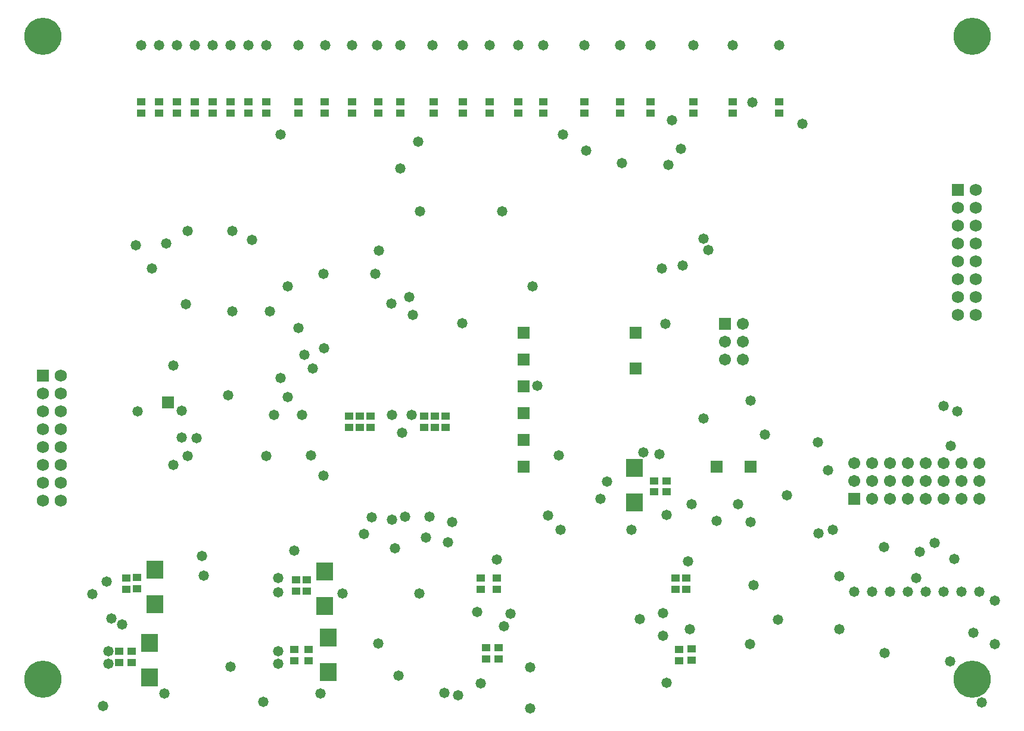
<source format=gbs>
G04*
G04 #@! TF.GenerationSoftware,Altium Limited,Altium Designer,22.3.1 (43)*
G04*
G04 Layer_Color=16711935*
%FSLAX25Y25*%
%MOIN*%
G70*
G04*
G04 #@! TF.SameCoordinates,D44AF7EC-015F-415D-BC9C-BA0083E1B9C0*
G04*
G04*
G04 #@! TF.FilePolarity,Negative*
G04*
G01*
G75*
%ADD27R,0.04540X0.03950*%
%ADD33R,0.06706X0.06706*%
%ADD34C,0.06706*%
%ADD35C,0.06800*%
%ADD36R,0.06800X0.06800*%
%ADD37R,0.06706X0.06706*%
%ADD38C,0.20800*%
%ADD39C,0.05800*%
%ADD56R,0.09658X0.10052*%
D27*
X432000Y336850D02*
D03*
Y343150D02*
D03*
X406000D02*
D03*
Y336850D02*
D03*
X384000D02*
D03*
Y343150D02*
D03*
X360000D02*
D03*
Y336850D02*
D03*
X343000Y343150D02*
D03*
Y336850D02*
D03*
X323000Y343150D02*
D03*
Y336850D02*
D03*
X300000Y343150D02*
D03*
Y336850D02*
D03*
X286000Y343150D02*
D03*
Y336850D02*
D03*
X270000Y343150D02*
D03*
Y336850D02*
D03*
X255000Y343150D02*
D03*
Y336850D02*
D03*
X238500Y343150D02*
D03*
Y336850D02*
D03*
X220000Y343150D02*
D03*
Y336850D02*
D03*
X207500Y343150D02*
D03*
Y336850D02*
D03*
X193000Y343150D02*
D03*
Y336850D02*
D03*
X163000Y343150D02*
D03*
Y336850D02*
D03*
X177500D02*
D03*
Y343150D02*
D03*
X145000D02*
D03*
Y336850D02*
D03*
X135000Y343150D02*
D03*
Y336850D02*
D03*
X125000Y343150D02*
D03*
Y336850D02*
D03*
X115000Y343150D02*
D03*
Y336850D02*
D03*
X95000Y343150D02*
D03*
Y336850D02*
D03*
X105000Y343150D02*
D03*
Y336850D02*
D03*
X85000Y343150D02*
D03*
Y336850D02*
D03*
X75000Y343150D02*
D03*
Y336850D02*
D03*
X264850Y70350D02*
D03*
Y76650D02*
D03*
X273850Y70350D02*
D03*
Y76650D02*
D03*
X267850Y31350D02*
D03*
Y37650D02*
D03*
X274850Y31350D02*
D03*
Y37650D02*
D03*
X373850Y70350D02*
D03*
Y76650D02*
D03*
X379850Y70350D02*
D03*
Y76650D02*
D03*
X382850Y30500D02*
D03*
Y36799D02*
D03*
X375850Y30350D02*
D03*
Y36650D02*
D03*
X160500Y30201D02*
D03*
Y36500D02*
D03*
X168500Y30350D02*
D03*
Y36650D02*
D03*
X161500Y69350D02*
D03*
Y75650D02*
D03*
X167500Y69350D02*
D03*
Y75650D02*
D03*
X62500Y29350D02*
D03*
X66500Y70350D02*
D03*
X69500Y29350D02*
D03*
X72500Y70500D02*
D03*
X191332Y167150D02*
D03*
X197332D02*
D03*
X203332D02*
D03*
X233332D02*
D03*
X245332D02*
D03*
X239332D02*
D03*
X362000Y124701D02*
D03*
X369000D02*
D03*
X62500Y35650D02*
D03*
X66500Y76650D02*
D03*
X69500Y35650D02*
D03*
X72500Y76799D02*
D03*
X197332Y160850D02*
D03*
X191332D02*
D03*
X203332D02*
D03*
X239332D02*
D03*
X233332D02*
D03*
X245332D02*
D03*
X362000Y131000D02*
D03*
X369000D02*
D03*
D33*
X474000Y121000D02*
D03*
X351500Y214000D02*
D03*
Y194000D02*
D03*
X289000Y214000D02*
D03*
X90000Y175000D02*
D03*
X289000Y199000D02*
D03*
Y184000D02*
D03*
Y169000D02*
D03*
Y154000D02*
D03*
Y139000D02*
D03*
X397000D02*
D03*
X416000D02*
D03*
D34*
X484000Y121000D02*
D03*
Y131000D02*
D03*
X494000Y121000D02*
D03*
Y131000D02*
D03*
X504000Y121000D02*
D03*
Y131000D02*
D03*
X514000Y121000D02*
D03*
Y131000D02*
D03*
X524000Y121000D02*
D03*
Y131000D02*
D03*
X534000Y121000D02*
D03*
Y131000D02*
D03*
X544000Y121000D02*
D03*
Y131000D02*
D03*
X474000D02*
D03*
Y141000D02*
D03*
X484000D02*
D03*
X494000D02*
D03*
X504000D02*
D03*
X514000D02*
D03*
X524000D02*
D03*
X534000D02*
D03*
X544000D02*
D03*
X411500Y199000D02*
D03*
X401500D02*
D03*
X411500Y209000D02*
D03*
X401500D02*
D03*
X411500Y219000D02*
D03*
D35*
X30000Y120000D02*
D03*
Y130000D02*
D03*
Y140000D02*
D03*
Y150000D02*
D03*
Y160000D02*
D03*
Y170000D02*
D03*
Y180000D02*
D03*
X20000Y120000D02*
D03*
Y130000D02*
D03*
Y140000D02*
D03*
Y150000D02*
D03*
Y160000D02*
D03*
Y170000D02*
D03*
X30000Y190000D02*
D03*
X20000Y180000D02*
D03*
X542000Y224000D02*
D03*
Y234000D02*
D03*
Y244000D02*
D03*
Y254000D02*
D03*
Y264000D02*
D03*
Y274000D02*
D03*
Y284000D02*
D03*
X532000Y224000D02*
D03*
Y234000D02*
D03*
Y244000D02*
D03*
Y254000D02*
D03*
Y264000D02*
D03*
Y274000D02*
D03*
X542000Y294000D02*
D03*
X532000Y284000D02*
D03*
D36*
X20000Y190000D02*
D03*
X532000Y294000D02*
D03*
D37*
X401500Y219000D02*
D03*
D38*
X540000Y380000D02*
D03*
Y20000D02*
D03*
X20000Y380000D02*
D03*
Y20000D02*
D03*
D39*
X177000Y247000D02*
D03*
X206000D02*
D03*
X416000Y176000D02*
D03*
X324000Y316000D02*
D03*
X377000Y317000D02*
D03*
X231000Y282000D02*
D03*
X277000D02*
D03*
X208000Y260000D02*
D03*
X294000Y240000D02*
D03*
X157000D02*
D03*
X220000Y306000D02*
D03*
X370000Y308000D02*
D03*
X344000Y309000D02*
D03*
X165000Y168000D02*
D03*
X157000Y178000D02*
D03*
X147000Y226000D02*
D03*
X126000D02*
D03*
X100000Y230000D02*
D03*
X163000Y216500D02*
D03*
X225000Y234000D02*
D03*
X227000Y224000D02*
D03*
X230000Y321000D02*
D03*
X311000Y325000D02*
D03*
X372000Y333000D02*
D03*
X445000Y331000D02*
D03*
X417000Y343000D02*
D03*
X432000Y375000D02*
D03*
X406000D02*
D03*
X384000D02*
D03*
X360000D02*
D03*
X343000D02*
D03*
X323000D02*
D03*
X300000D02*
D03*
X286000D02*
D03*
X270000D02*
D03*
X255000D02*
D03*
X238000D02*
D03*
X220000D02*
D03*
X207000D02*
D03*
X193000D02*
D03*
X178000D02*
D03*
X163000D02*
D03*
X153000Y325000D02*
D03*
X75000Y375000D02*
D03*
X85000D02*
D03*
X95000D02*
D03*
X105000D02*
D03*
X115000D02*
D03*
X125000D02*
D03*
X135000D02*
D03*
X145000D02*
D03*
X101000Y271000D02*
D03*
X89000Y264000D02*
D03*
X72000Y263000D02*
D03*
X81000Y250000D02*
D03*
X249000Y108000D02*
D03*
X349400Y103500D02*
D03*
X309500D02*
D03*
X462000D02*
D03*
X454000Y101500D02*
D03*
X153000Y188500D02*
D03*
X73000Y170000D02*
D03*
X416000Y108000D02*
D03*
X397000Y108500D02*
D03*
X417500Y72500D02*
D03*
X508500Y76500D02*
D03*
X465500Y48000D02*
D03*
X204000Y110500D02*
D03*
X222500Y111000D02*
D03*
X527500Y30000D02*
D03*
X47500Y67500D02*
D03*
X126000Y271000D02*
D03*
X137000Y266000D02*
D03*
X332000Y121000D02*
D03*
X356000Y147000D02*
D03*
X365000Y146000D02*
D03*
X424000Y157000D02*
D03*
X246600Y96500D02*
D03*
X234200Y99200D02*
D03*
X490500Y93800D02*
D03*
X366800Y44300D02*
D03*
X519000Y96350D02*
D03*
X177000Y134000D02*
D03*
X296600Y184100D02*
D03*
X169900Y145100D02*
D03*
X145000Y144700D02*
D03*
X254500Y219300D02*
D03*
X431350Y53350D02*
D03*
X109800Y77800D02*
D03*
X244600Y12100D02*
D03*
X491100Y34600D02*
D03*
X292500Y3500D02*
D03*
X53600Y5000D02*
D03*
X218800Y22000D02*
D03*
X453500Y152500D02*
D03*
X459400Y137000D02*
D03*
X281500Y56500D02*
D03*
X353800Y53500D02*
D03*
X510500Y91200D02*
D03*
X302500Y111600D02*
D03*
X531750Y169950D02*
D03*
X93100Y140000D02*
D03*
X177450Y205150D02*
D03*
X97600Y170300D02*
D03*
X149300Y167900D02*
D03*
X92900Y195600D02*
D03*
X123700Y178900D02*
D03*
X166400Y201600D02*
D03*
X215200Y109200D02*
D03*
X97600Y155200D02*
D03*
X230700Y67700D02*
D03*
X187600D02*
D03*
X308600Y145300D02*
D03*
X236350Y110850D02*
D03*
X175400Y11700D02*
D03*
X392200Y260059D02*
D03*
X199650Y101300D02*
D03*
X109000Y89000D02*
D03*
X368300Y219000D02*
D03*
X171000Y193700D02*
D03*
X101100Y145000D02*
D03*
X105800Y155000D02*
D03*
X216800Y93100D02*
D03*
X465700Y77500D02*
D03*
X160700Y91900D02*
D03*
X377800Y251600D02*
D03*
X366337Y249723D02*
D03*
X215000Y230200D02*
D03*
X415600Y39500D02*
D03*
X540500Y45700D02*
D03*
X524000Y172800D02*
D03*
X529800Y87300D02*
D03*
X552500Y64000D02*
D03*
X252400Y10900D02*
D03*
X292600Y26500D02*
D03*
X552500Y39500D02*
D03*
X64398Y50500D02*
D03*
X436300Y122900D02*
D03*
X528000Y150400D02*
D03*
X124900Y26800D02*
D03*
X207700Y40000D02*
D03*
X545200Y7000D02*
D03*
X143350Y7100D02*
D03*
X58200Y54000D02*
D03*
X87800Y12000D02*
D03*
X389473Y165800D02*
D03*
X389471Y266677D02*
D03*
X274000Y87000D02*
D03*
X369000Y18000D02*
D03*
X382000Y48000D02*
D03*
X367000Y57000D02*
D03*
X381000Y86000D02*
D03*
X544000Y69000D02*
D03*
X524000D02*
D03*
X514000D02*
D03*
X504000D02*
D03*
X484000D02*
D03*
X534000D02*
D03*
X494000D02*
D03*
X474000D02*
D03*
X264850Y17500D02*
D03*
X277850Y49500D02*
D03*
X262850Y57500D02*
D03*
X151500Y28500D02*
D03*
Y35500D02*
D03*
Y68500D02*
D03*
Y76500D02*
D03*
X56500Y28500D02*
D03*
X215332Y168000D02*
D03*
X369000Y111850D02*
D03*
X226332Y168000D02*
D03*
X56500Y35500D02*
D03*
X55500Y74500D02*
D03*
X220832Y158000D02*
D03*
X335586Y130436D02*
D03*
X409000Y117850D02*
D03*
X383000D02*
D03*
D56*
X179500Y43146D02*
D03*
Y23854D02*
D03*
X177500Y80146D02*
D03*
Y60854D02*
D03*
X79500Y20854D02*
D03*
X82500Y61854D02*
D03*
X351000Y118850D02*
D03*
X79500Y40146D02*
D03*
X82500Y81146D02*
D03*
X351000Y138142D02*
D03*
M02*

</source>
